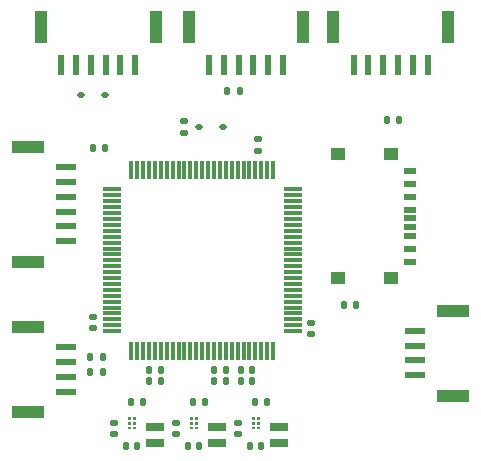
<source format=gbr>
%TF.GenerationSoftware,KiCad,Pcbnew,9.0.1*%
%TF.CreationDate,2025-04-15T01:41:33+09:00*%
%TF.ProjectId,STM32-FC_v2,53544d33-322d-4464-935f-76322e6b6963,rev?*%
%TF.SameCoordinates,Original*%
%TF.FileFunction,Paste,Bot*%
%TF.FilePolarity,Positive*%
%FSLAX46Y46*%
G04 Gerber Fmt 4.6, Leading zero omitted, Abs format (unit mm)*
G04 Created by KiCad (PCBNEW 9.0.1) date 2025-04-15 01:41:33*
%MOMM*%
%LPD*%
G01*
G04 APERTURE LIST*
G04 Aperture macros list*
%AMRoundRect*
0 Rectangle with rounded corners*
0 $1 Rounding radius*
0 $2 $3 $4 $5 $6 $7 $8 $9 X,Y pos of 4 corners*
0 Add a 4 corners polygon primitive as box body*
4,1,4,$2,$3,$4,$5,$6,$7,$8,$9,$2,$3,0*
0 Add four circle primitives for the rounded corners*
1,1,$1+$1,$2,$3*
1,1,$1+$1,$4,$5*
1,1,$1+$1,$6,$7*
1,1,$1+$1,$8,$9*
0 Add four rect primitives between the rounded corners*
20,1,$1+$1,$2,$3,$4,$5,0*
20,1,$1+$1,$4,$5,$6,$7,0*
20,1,$1+$1,$6,$7,$8,$9,0*
20,1,$1+$1,$8,$9,$2,$3,0*%
G04 Aperture macros list end*
%ADD10C,0.100000*%
%ADD11R,1.800000X0.600000*%
%ADD12R,2.800000X1.000000*%
%ADD13RoundRect,0.097500X-0.702500X0.227500X-0.702500X-0.227500X0.702500X-0.227500X0.702500X0.227500X0*%
%ADD14RoundRect,0.135000X-0.135000X-0.185000X0.135000X-0.185000X0.135000X0.185000X-0.135000X0.185000X0*%
%ADD15RoundRect,0.135000X0.135000X0.185000X-0.135000X0.185000X-0.135000X-0.185000X0.135000X-0.185000X0*%
%ADD16RoundRect,0.140000X0.140000X0.170000X-0.140000X0.170000X-0.140000X-0.170000X0.140000X-0.170000X0*%
%ADD17RoundRect,0.140000X-0.140000X-0.170000X0.140000X-0.170000X0.140000X0.170000X-0.140000X0.170000X0*%
%ADD18RoundRect,0.140000X-0.170000X0.140000X-0.170000X-0.140000X0.170000X-0.140000X0.170000X0.140000X0*%
%ADD19R,1.000000X2.800000*%
%ADD20R,0.600000X1.800000*%
%ADD21RoundRect,0.140000X0.170000X-0.140000X0.170000X0.140000X-0.170000X0.140000X-0.170000X-0.140000X0*%
%ADD22RoundRect,0.135000X0.185000X-0.135000X0.185000X0.135000X-0.185000X0.135000X-0.185000X-0.135000X0*%
%ADD23R,1.080000X0.500000*%
%ADD24R,1.200000X1.050000*%
%ADD25RoundRect,0.075000X0.075000X-0.725000X0.075000X0.725000X-0.075000X0.725000X-0.075000X-0.725000X0*%
%ADD26RoundRect,0.075000X0.725000X-0.075000X0.725000X0.075000X-0.725000X0.075000X-0.725000X-0.075000X0*%
%ADD27RoundRect,0.112500X0.187500X0.112500X-0.187500X0.112500X-0.187500X-0.112500X0.187500X-0.112500X0*%
%ADD28RoundRect,0.112500X-0.187500X-0.112500X0.187500X-0.112500X0.187500X0.112500X-0.187500X0.112500X0*%
G04 APERTURE END LIST*
%TO.C,U4*%
D10*
X139975000Y-104175000D02*
X140125000Y-104175000D01*
X140125000Y-104025000D01*
X139975000Y-104025000D01*
X139975000Y-104175000D01*
G36*
X139975000Y-104175000D02*
G01*
X140125000Y-104175000D01*
X140125000Y-104025000D01*
X139975000Y-104025000D01*
X139975000Y-104175000D01*
G37*
X139975000Y-104575000D02*
X140125000Y-104575000D01*
X140125000Y-104425000D01*
X139975000Y-104425000D01*
X139975000Y-104575000D01*
G36*
X139975000Y-104575000D02*
G01*
X140125000Y-104575000D01*
X140125000Y-104425000D01*
X139975000Y-104425000D01*
X139975000Y-104575000D01*
G37*
X139975000Y-104975000D02*
X140125000Y-104975000D01*
X140125000Y-104825000D01*
X139975000Y-104825000D01*
X139975000Y-104975000D01*
G36*
X139975000Y-104975000D02*
G01*
X140125000Y-104975000D01*
X140125000Y-104825000D01*
X139975000Y-104825000D01*
X139975000Y-104975000D01*
G37*
X140375000Y-104175000D02*
X140525000Y-104175000D01*
X140525000Y-104025000D01*
X140375000Y-104025000D01*
X140375000Y-104175000D01*
G36*
X140375000Y-104175000D02*
G01*
X140525000Y-104175000D01*
X140525000Y-104025000D01*
X140375000Y-104025000D01*
X140375000Y-104175000D01*
G37*
X140375000Y-104575000D02*
X140525000Y-104575000D01*
X140525000Y-104425000D01*
X140375000Y-104425000D01*
X140375000Y-104575000D01*
G36*
X140375000Y-104575000D02*
G01*
X140525000Y-104575000D01*
X140525000Y-104425000D01*
X140375000Y-104425000D01*
X140375000Y-104575000D01*
G37*
X140375000Y-104975000D02*
X140525000Y-104975000D01*
X140525000Y-104825000D01*
X140375000Y-104825000D01*
X140375000Y-104975000D01*
G36*
X140375000Y-104975000D02*
G01*
X140525000Y-104975000D01*
X140525000Y-104825000D01*
X140375000Y-104825000D01*
X140375000Y-104975000D01*
G37*
%TO.C,U3*%
X129475000Y-104175000D02*
X129625000Y-104175000D01*
X129625000Y-104025000D01*
X129475000Y-104025000D01*
X129475000Y-104175000D01*
G36*
X129475000Y-104175000D02*
G01*
X129625000Y-104175000D01*
X129625000Y-104025000D01*
X129475000Y-104025000D01*
X129475000Y-104175000D01*
G37*
X129475000Y-104575000D02*
X129625000Y-104575000D01*
X129625000Y-104425000D01*
X129475000Y-104425000D01*
X129475000Y-104575000D01*
G36*
X129475000Y-104575000D02*
G01*
X129625000Y-104575000D01*
X129625000Y-104425000D01*
X129475000Y-104425000D01*
X129475000Y-104575000D01*
G37*
X129475000Y-104975000D02*
X129625000Y-104975000D01*
X129625000Y-104825000D01*
X129475000Y-104825000D01*
X129475000Y-104975000D01*
G36*
X129475000Y-104975000D02*
G01*
X129625000Y-104975000D01*
X129625000Y-104825000D01*
X129475000Y-104825000D01*
X129475000Y-104975000D01*
G37*
X129875000Y-104175000D02*
X130025000Y-104175000D01*
X130025000Y-104025000D01*
X129875000Y-104025000D01*
X129875000Y-104175000D01*
G36*
X129875000Y-104175000D02*
G01*
X130025000Y-104175000D01*
X130025000Y-104025000D01*
X129875000Y-104025000D01*
X129875000Y-104175000D01*
G37*
X129875000Y-104575000D02*
X130025000Y-104575000D01*
X130025000Y-104425000D01*
X129875000Y-104425000D01*
X129875000Y-104575000D01*
G36*
X129875000Y-104575000D02*
G01*
X130025000Y-104575000D01*
X130025000Y-104425000D01*
X129875000Y-104425000D01*
X129875000Y-104575000D01*
G37*
X129875000Y-104975000D02*
X130025000Y-104975000D01*
X130025000Y-104825000D01*
X129875000Y-104825000D01*
X129875000Y-104975000D01*
G36*
X129875000Y-104975000D02*
G01*
X130025000Y-104975000D01*
X130025000Y-104825000D01*
X129875000Y-104825000D01*
X129875000Y-104975000D01*
G37*
%TO.C,U5*%
X134725000Y-104175000D02*
X134875000Y-104175000D01*
X134875000Y-104025000D01*
X134725000Y-104025000D01*
X134725000Y-104175000D01*
G36*
X134725000Y-104175000D02*
G01*
X134875000Y-104175000D01*
X134875000Y-104025000D01*
X134725000Y-104025000D01*
X134725000Y-104175000D01*
G37*
X134725000Y-104575000D02*
X134875000Y-104575000D01*
X134875000Y-104425000D01*
X134725000Y-104425000D01*
X134725000Y-104575000D01*
G36*
X134725000Y-104575000D02*
G01*
X134875000Y-104575000D01*
X134875000Y-104425000D01*
X134725000Y-104425000D01*
X134725000Y-104575000D01*
G37*
X134725000Y-104975000D02*
X134875000Y-104975000D01*
X134875000Y-104825000D01*
X134725000Y-104825000D01*
X134725000Y-104975000D01*
G36*
X134725000Y-104975000D02*
G01*
X134875000Y-104975000D01*
X134875000Y-104825000D01*
X134725000Y-104825000D01*
X134725000Y-104975000D01*
G37*
X135125000Y-104175000D02*
X135275000Y-104175000D01*
X135275000Y-104025000D01*
X135125000Y-104025000D01*
X135125000Y-104175000D01*
G36*
X135125000Y-104175000D02*
G01*
X135275000Y-104175000D01*
X135275000Y-104025000D01*
X135125000Y-104025000D01*
X135125000Y-104175000D01*
G37*
X135125000Y-104575000D02*
X135275000Y-104575000D01*
X135275000Y-104425000D01*
X135125000Y-104425000D01*
X135125000Y-104575000D01*
G36*
X135125000Y-104575000D02*
G01*
X135275000Y-104575000D01*
X135275000Y-104425000D01*
X135125000Y-104425000D01*
X135125000Y-104575000D01*
G37*
X135125000Y-104975000D02*
X135275000Y-104975000D01*
X135275000Y-104825000D01*
X135125000Y-104825000D01*
X135125000Y-104975000D01*
G36*
X135125000Y-104975000D02*
G01*
X135275000Y-104975000D01*
X135275000Y-104825000D01*
X135125000Y-104825000D01*
X135125000Y-104975000D01*
G37*
%TD*%
D11*
%TO.C,J16*%
X153800000Y-100475000D03*
X153800000Y-99225000D03*
X153800000Y-97975000D03*
X153800000Y-96725000D03*
D12*
X157000000Y-102200000D03*
X157000000Y-95000000D03*
%TD*%
D13*
%TO.C,L1*%
X131750000Y-104825000D03*
X131750000Y-106175000D03*
%TD*%
D14*
%TO.C,R2*%
X147740000Y-94500000D03*
X148760000Y-94500000D03*
%TD*%
D13*
%TO.C,L3*%
X137000000Y-104825000D03*
X137000000Y-106175000D03*
%TD*%
D15*
%TO.C,R21*%
X141260000Y-102750000D03*
X140240000Y-102750000D03*
%TD*%
D16*
%TO.C,C18*%
X140730000Y-106500000D03*
X139770000Y-106500000D03*
%TD*%
D17*
%TO.C,C8*%
X136770000Y-100000000D03*
X137730000Y-100000000D03*
%TD*%
D15*
%TO.C,R22*%
X136010000Y-102750000D03*
X134990000Y-102750000D03*
%TD*%
D18*
%TO.C,C2*%
X126500000Y-95520000D03*
X126500000Y-96480000D03*
%TD*%
D15*
%TO.C,R45*%
X138910000Y-76400000D03*
X137890000Y-76400000D03*
%TD*%
D17*
%TO.C,C13*%
X131270000Y-100980000D03*
X132230000Y-100980000D03*
%TD*%
D19*
%TO.C,J11*%
X146850000Y-71000000D03*
X156550000Y-71000000D03*
D20*
X148575000Y-74200000D03*
X149825000Y-74200000D03*
X151075000Y-74200000D03*
X152325000Y-74200000D03*
X153575000Y-74200000D03*
X154825000Y-74200000D03*
%TD*%
D21*
%TO.C,C11*%
X145000000Y-96980000D03*
X145000000Y-96020000D03*
%TD*%
D18*
%TO.C,C16*%
X133500000Y-104520000D03*
X133500000Y-105480000D03*
%TD*%
D17*
%TO.C,C6*%
X126540000Y-81250000D03*
X127500000Y-81250000D03*
%TD*%
D22*
%TO.C,R4*%
X134250000Y-80010000D03*
X134250000Y-78990000D03*
%TD*%
D16*
%TO.C,C17*%
X130230000Y-106500000D03*
X129270000Y-106500000D03*
%TD*%
D23*
%TO.C,J4*%
X153345000Y-90850000D03*
X153345000Y-89750000D03*
X153345000Y-88650000D03*
X153345000Y-87900000D03*
X153345000Y-86450000D03*
X153345000Y-85350000D03*
X153345000Y-84250000D03*
X153345000Y-83150000D03*
X153345000Y-87200000D03*
D24*
X151705000Y-92225000D03*
X151705000Y-81775000D03*
X147255000Y-92225000D03*
X147255000Y-81775000D03*
%TD*%
D15*
%TO.C,R20*%
X130760000Y-102750000D03*
X129740000Y-102750000D03*
%TD*%
D18*
%TO.C,C14*%
X128250000Y-104520000D03*
X128250000Y-105480000D03*
%TD*%
D17*
%TO.C,C9*%
X136770000Y-101000000D03*
X137730000Y-101000000D03*
%TD*%
D25*
%TO.C,U1*%
X141750000Y-98425000D03*
X141250000Y-98425000D03*
X140750000Y-98425000D03*
X140250000Y-98425000D03*
X139750000Y-98425000D03*
X139250000Y-98425000D03*
X138750000Y-98425000D03*
X138250000Y-98425000D03*
X137750000Y-98425000D03*
X137250000Y-98425000D03*
X136750000Y-98425000D03*
X136250000Y-98425000D03*
X135750000Y-98425000D03*
X135250000Y-98425000D03*
X134750000Y-98425000D03*
X134250000Y-98425000D03*
X133750000Y-98425000D03*
X133250000Y-98425000D03*
X132750000Y-98425000D03*
X132250000Y-98425000D03*
X131750000Y-98425000D03*
X131250000Y-98425000D03*
X130750000Y-98425000D03*
X130250000Y-98425000D03*
X129750000Y-98425000D03*
D26*
X128075000Y-96750000D03*
X128075000Y-96250000D03*
X128075000Y-95750000D03*
X128075000Y-95250000D03*
X128075000Y-94750000D03*
X128075000Y-94250000D03*
X128075000Y-93750000D03*
X128075000Y-93250000D03*
X128075000Y-92750000D03*
X128075000Y-92250000D03*
X128075000Y-91750000D03*
X128075000Y-91250000D03*
X128075000Y-90750000D03*
X128075000Y-90250000D03*
X128075000Y-89750000D03*
X128075000Y-89250000D03*
X128075000Y-88750000D03*
X128075000Y-88250000D03*
X128075000Y-87750000D03*
X128075000Y-87250000D03*
X128075000Y-86750000D03*
X128075000Y-86250000D03*
X128075000Y-85750000D03*
X128075000Y-85250000D03*
X128075000Y-84750000D03*
D25*
X129750000Y-83075000D03*
X130250000Y-83075000D03*
X130750000Y-83075000D03*
X131250000Y-83075000D03*
X131750000Y-83075000D03*
X132250000Y-83075000D03*
X132750000Y-83075000D03*
X133250000Y-83075000D03*
X133750000Y-83075000D03*
X134250000Y-83075000D03*
X134750000Y-83075000D03*
X135250000Y-83075000D03*
X135750000Y-83075000D03*
X136250000Y-83075000D03*
X136750000Y-83075000D03*
X137250000Y-83075000D03*
X137750000Y-83075000D03*
X138250000Y-83075000D03*
X138750000Y-83075000D03*
X139250000Y-83075000D03*
X139750000Y-83075000D03*
X140250000Y-83075000D03*
X140750000Y-83075000D03*
X141250000Y-83075000D03*
X141750000Y-83075000D03*
D26*
X143425000Y-84750000D03*
X143425000Y-85250000D03*
X143425000Y-85750000D03*
X143425000Y-86250000D03*
X143425000Y-86750000D03*
X143425000Y-87250000D03*
X143425000Y-87750000D03*
X143425000Y-88250000D03*
X143425000Y-88750000D03*
X143425000Y-89250000D03*
X143425000Y-89750000D03*
X143425000Y-90250000D03*
X143425000Y-90750000D03*
X143425000Y-91250000D03*
X143425000Y-91750000D03*
X143425000Y-92250000D03*
X143425000Y-92750000D03*
X143425000Y-93250000D03*
X143425000Y-93750000D03*
X143425000Y-94250000D03*
X143425000Y-94750000D03*
X143425000Y-95250000D03*
X143425000Y-95750000D03*
X143425000Y-96250000D03*
X143425000Y-96750000D03*
%TD*%
D19*
%TO.C,J12*%
X134600000Y-71000000D03*
X144300000Y-71000000D03*
D20*
X136325000Y-74200000D03*
X137575000Y-74200000D03*
X138825000Y-74200000D03*
X140075000Y-74200000D03*
X141325000Y-74200000D03*
X142575000Y-74200000D03*
%TD*%
D14*
%TO.C,R44*%
X151390000Y-78900000D03*
X152410000Y-78900000D03*
%TD*%
D12*
%TO.C,J13*%
X121000000Y-103600000D03*
X121000000Y-96400000D03*
D11*
X124200000Y-101875000D03*
X124200000Y-100625000D03*
X124200000Y-99375000D03*
X124200000Y-98125000D03*
%TD*%
D16*
%TO.C,C10*%
X139980000Y-100000000D03*
X139020000Y-100000000D03*
%TD*%
%TO.C,C19*%
X135480000Y-106500000D03*
X134520000Y-106500000D03*
%TD*%
D27*
%TO.C,D1*%
X137550000Y-79500000D03*
X135450000Y-79500000D03*
%TD*%
D16*
%TO.C,C3*%
X139980000Y-101000000D03*
X139020000Y-101000000D03*
%TD*%
D15*
%TO.C,R47*%
X127310000Y-100200000D03*
X126290000Y-100200000D03*
%TD*%
D28*
%TO.C,D6*%
X125450000Y-76750000D03*
X127550000Y-76750000D03*
%TD*%
D21*
%TO.C,C7*%
X140500000Y-81480000D03*
X140500000Y-80520000D03*
%TD*%
D19*
%TO.C,J3*%
X122100000Y-71000000D03*
X131800000Y-71000000D03*
D20*
X123825000Y-74200000D03*
X125075000Y-74200000D03*
X126325000Y-74200000D03*
X127575000Y-74200000D03*
X128825000Y-74200000D03*
X130075000Y-74200000D03*
%TD*%
D18*
%TO.C,C15*%
X138750000Y-104520000D03*
X138750000Y-105480000D03*
%TD*%
D12*
%TO.C,J1*%
X121000000Y-90850000D03*
X121000000Y-81150000D03*
D11*
X124200000Y-89125000D03*
X124200000Y-87875000D03*
X124200000Y-86625000D03*
X124200000Y-85375000D03*
X124200000Y-84125000D03*
X124200000Y-82875000D03*
%TD*%
D15*
%TO.C,R46*%
X127310000Y-98950000D03*
X126290000Y-98950000D03*
%TD*%
D13*
%TO.C,L2*%
X142250000Y-104825000D03*
X142250000Y-106175000D03*
%TD*%
D17*
%TO.C,C12*%
X131270000Y-100000000D03*
X132230000Y-100000000D03*
%TD*%
M02*

</source>
